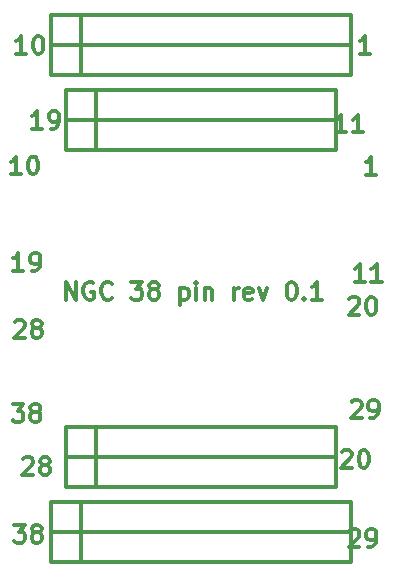
<source format=gto>
G04 (created by PCBNEW (2013-07-07 BZR 4022)-stable) date 22/10/2014 07:02:39*
%MOIN*%
G04 Gerber Fmt 3.4, Leading zero omitted, Abs format*
%FSLAX34Y34*%
G01*
G70*
G90*
G04 APERTURE LIST*
%ADD10C,0.00590551*%
%ADD11C,0.011811*%
%ADD12C,0.012*%
G04 APERTURE END LIST*
G54D10*
G54D11*
X58050Y-62729D02*
X58078Y-62701D01*
X58134Y-62673D01*
X58275Y-62673D01*
X58331Y-62701D01*
X58359Y-62729D01*
X58387Y-62785D01*
X58387Y-62842D01*
X58359Y-62926D01*
X58021Y-63264D01*
X58387Y-63264D01*
X58724Y-62926D02*
X58668Y-62898D01*
X58640Y-62870D01*
X58612Y-62814D01*
X58612Y-62785D01*
X58640Y-62729D01*
X58668Y-62701D01*
X58724Y-62673D01*
X58837Y-62673D01*
X58893Y-62701D01*
X58921Y-62729D01*
X58949Y-62785D01*
X58949Y-62814D01*
X58921Y-62870D01*
X58893Y-62898D01*
X58837Y-62926D01*
X58724Y-62926D01*
X58668Y-62954D01*
X58640Y-62982D01*
X58612Y-63039D01*
X58612Y-63151D01*
X58640Y-63207D01*
X58668Y-63235D01*
X58724Y-63264D01*
X58837Y-63264D01*
X58893Y-63235D01*
X58921Y-63207D01*
X58949Y-63151D01*
X58949Y-63039D01*
X58921Y-62982D01*
X58893Y-62954D01*
X58837Y-62926D01*
X58325Y-67304D02*
X58353Y-67276D01*
X58409Y-67248D01*
X58550Y-67248D01*
X58606Y-67276D01*
X58634Y-67304D01*
X58662Y-67360D01*
X58662Y-67417D01*
X58634Y-67501D01*
X58296Y-67839D01*
X58662Y-67839D01*
X58999Y-67501D02*
X58943Y-67473D01*
X58915Y-67445D01*
X58887Y-67389D01*
X58887Y-67360D01*
X58915Y-67304D01*
X58943Y-67276D01*
X58999Y-67248D01*
X59112Y-67248D01*
X59168Y-67276D01*
X59196Y-67304D01*
X59224Y-67360D01*
X59224Y-67389D01*
X59196Y-67445D01*
X59168Y-67473D01*
X59112Y-67501D01*
X58999Y-67501D01*
X58943Y-67529D01*
X58915Y-67557D01*
X58887Y-67614D01*
X58887Y-67726D01*
X58915Y-67782D01*
X58943Y-67810D01*
X58999Y-67839D01*
X59112Y-67839D01*
X59168Y-67810D01*
X59196Y-67782D01*
X59224Y-67726D01*
X59224Y-67614D01*
X59196Y-67557D01*
X59168Y-67529D01*
X59112Y-67501D01*
X68950Y-67054D02*
X68978Y-67026D01*
X69034Y-66998D01*
X69175Y-66998D01*
X69231Y-67026D01*
X69259Y-67054D01*
X69287Y-67110D01*
X69287Y-67167D01*
X69259Y-67251D01*
X68921Y-67589D01*
X69287Y-67589D01*
X69653Y-66998D02*
X69709Y-66998D01*
X69765Y-67026D01*
X69793Y-67054D01*
X69821Y-67110D01*
X69849Y-67223D01*
X69849Y-67364D01*
X69821Y-67476D01*
X69793Y-67532D01*
X69765Y-67560D01*
X69709Y-67589D01*
X69653Y-67589D01*
X69596Y-67560D01*
X69568Y-67532D01*
X69540Y-67476D01*
X69512Y-67364D01*
X69512Y-67223D01*
X69540Y-67110D01*
X69568Y-67054D01*
X69596Y-67026D01*
X69653Y-66998D01*
X69200Y-61954D02*
X69228Y-61926D01*
X69284Y-61898D01*
X69425Y-61898D01*
X69481Y-61926D01*
X69509Y-61954D01*
X69537Y-62010D01*
X69537Y-62067D01*
X69509Y-62151D01*
X69171Y-62489D01*
X69537Y-62489D01*
X69903Y-61898D02*
X69959Y-61898D01*
X70015Y-61926D01*
X70043Y-61954D01*
X70071Y-62010D01*
X70099Y-62123D01*
X70099Y-62264D01*
X70071Y-62376D01*
X70043Y-62432D01*
X70015Y-62460D01*
X69959Y-62489D01*
X69903Y-62489D01*
X69846Y-62460D01*
X69818Y-62432D01*
X69790Y-62376D01*
X69762Y-62264D01*
X69762Y-62123D01*
X69790Y-62010D01*
X69818Y-61954D01*
X69846Y-61926D01*
X69903Y-61898D01*
X57971Y-65473D02*
X58337Y-65473D01*
X58140Y-65698D01*
X58225Y-65698D01*
X58281Y-65726D01*
X58309Y-65754D01*
X58337Y-65810D01*
X58337Y-65951D01*
X58309Y-66007D01*
X58281Y-66035D01*
X58225Y-66064D01*
X58056Y-66064D01*
X58000Y-66035D01*
X57971Y-66007D01*
X58674Y-65726D02*
X58618Y-65698D01*
X58590Y-65670D01*
X58562Y-65614D01*
X58562Y-65585D01*
X58590Y-65529D01*
X58618Y-65501D01*
X58674Y-65473D01*
X58787Y-65473D01*
X58843Y-65501D01*
X58871Y-65529D01*
X58899Y-65585D01*
X58899Y-65614D01*
X58871Y-65670D01*
X58843Y-65698D01*
X58787Y-65726D01*
X58674Y-65726D01*
X58618Y-65754D01*
X58590Y-65782D01*
X58562Y-65839D01*
X58562Y-65951D01*
X58590Y-66007D01*
X58618Y-66035D01*
X58674Y-66064D01*
X58787Y-66064D01*
X58843Y-66035D01*
X58871Y-66007D01*
X58899Y-65951D01*
X58899Y-65839D01*
X58871Y-65782D01*
X58843Y-65754D01*
X58787Y-65726D01*
X58021Y-69498D02*
X58387Y-69498D01*
X58190Y-69723D01*
X58275Y-69723D01*
X58331Y-69751D01*
X58359Y-69779D01*
X58387Y-69835D01*
X58387Y-69976D01*
X58359Y-70032D01*
X58331Y-70060D01*
X58275Y-70089D01*
X58106Y-70089D01*
X58050Y-70060D01*
X58021Y-70032D01*
X58724Y-69751D02*
X58668Y-69723D01*
X58640Y-69695D01*
X58612Y-69639D01*
X58612Y-69610D01*
X58640Y-69554D01*
X58668Y-69526D01*
X58724Y-69498D01*
X58837Y-69498D01*
X58893Y-69526D01*
X58921Y-69554D01*
X58949Y-69610D01*
X58949Y-69639D01*
X58921Y-69695D01*
X58893Y-69723D01*
X58837Y-69751D01*
X58724Y-69751D01*
X58668Y-69779D01*
X58640Y-69807D01*
X58612Y-69864D01*
X58612Y-69976D01*
X58640Y-70032D01*
X58668Y-70060D01*
X58724Y-70089D01*
X58837Y-70089D01*
X58893Y-70060D01*
X58921Y-70032D01*
X58949Y-69976D01*
X58949Y-69864D01*
X58921Y-69807D01*
X58893Y-69779D01*
X58837Y-69751D01*
X69200Y-69704D02*
X69228Y-69676D01*
X69284Y-69648D01*
X69425Y-69648D01*
X69481Y-69676D01*
X69509Y-69704D01*
X69537Y-69760D01*
X69537Y-69817D01*
X69509Y-69901D01*
X69171Y-70239D01*
X69537Y-70239D01*
X69818Y-70239D02*
X69931Y-70239D01*
X69987Y-70210D01*
X70015Y-70182D01*
X70071Y-70098D01*
X70099Y-69985D01*
X70099Y-69760D01*
X70071Y-69704D01*
X70043Y-69676D01*
X69987Y-69648D01*
X69874Y-69648D01*
X69818Y-69676D01*
X69790Y-69704D01*
X69762Y-69760D01*
X69762Y-69901D01*
X69790Y-69957D01*
X69818Y-69985D01*
X69874Y-70014D01*
X69987Y-70014D01*
X70043Y-69985D01*
X70071Y-69957D01*
X70099Y-69901D01*
X69275Y-65404D02*
X69303Y-65376D01*
X69359Y-65348D01*
X69500Y-65348D01*
X69556Y-65376D01*
X69584Y-65404D01*
X69612Y-65460D01*
X69612Y-65517D01*
X69584Y-65601D01*
X69246Y-65939D01*
X69612Y-65939D01*
X69893Y-65939D02*
X70006Y-65939D01*
X70062Y-65910D01*
X70090Y-65882D01*
X70146Y-65798D01*
X70174Y-65685D01*
X70174Y-65460D01*
X70146Y-65404D01*
X70118Y-65376D01*
X70062Y-65348D01*
X69949Y-65348D01*
X69893Y-65376D01*
X69865Y-65404D01*
X69837Y-65460D01*
X69837Y-65601D01*
X69865Y-65657D01*
X69893Y-65685D01*
X69949Y-65714D01*
X70062Y-65714D01*
X70118Y-65685D01*
X70146Y-65657D01*
X70174Y-65601D01*
X69712Y-61389D02*
X69375Y-61389D01*
X69543Y-61389D02*
X69543Y-60798D01*
X69487Y-60882D01*
X69431Y-60939D01*
X69375Y-60967D01*
X70274Y-61389D02*
X69937Y-61389D01*
X70106Y-61389D02*
X70106Y-60798D01*
X70049Y-60882D01*
X69993Y-60939D01*
X69937Y-60967D01*
X69087Y-56414D02*
X68750Y-56414D01*
X68918Y-56414D02*
X68918Y-55823D01*
X68862Y-55907D01*
X68806Y-55964D01*
X68750Y-55992D01*
X69649Y-56414D02*
X69312Y-56414D01*
X69481Y-56414D02*
X69481Y-55823D01*
X69424Y-55907D01*
X69368Y-55964D01*
X69312Y-55992D01*
X69893Y-53789D02*
X69556Y-53789D01*
X69725Y-53789D02*
X69725Y-53198D01*
X69668Y-53282D01*
X69612Y-53339D01*
X69556Y-53367D01*
X70093Y-57839D02*
X69756Y-57839D01*
X69925Y-57839D02*
X69925Y-57248D01*
X69868Y-57332D01*
X69812Y-57389D01*
X69756Y-57417D01*
X58437Y-53789D02*
X58100Y-53789D01*
X58268Y-53789D02*
X58268Y-53198D01*
X58212Y-53282D01*
X58156Y-53339D01*
X58100Y-53367D01*
X58803Y-53198D02*
X58859Y-53198D01*
X58915Y-53226D01*
X58943Y-53254D01*
X58971Y-53310D01*
X58999Y-53423D01*
X58999Y-53564D01*
X58971Y-53676D01*
X58943Y-53732D01*
X58915Y-53760D01*
X58859Y-53789D01*
X58803Y-53789D01*
X58746Y-53760D01*
X58718Y-53732D01*
X58690Y-53676D01*
X58662Y-53564D01*
X58662Y-53423D01*
X58690Y-53310D01*
X58718Y-53254D01*
X58746Y-53226D01*
X58803Y-53198D01*
X58962Y-56289D02*
X58625Y-56289D01*
X58793Y-56289D02*
X58793Y-55698D01*
X58737Y-55782D01*
X58681Y-55839D01*
X58625Y-55867D01*
X59243Y-56289D02*
X59356Y-56289D01*
X59412Y-56260D01*
X59440Y-56232D01*
X59496Y-56148D01*
X59524Y-56035D01*
X59524Y-55810D01*
X59496Y-55754D01*
X59468Y-55726D01*
X59412Y-55698D01*
X59299Y-55698D01*
X59243Y-55726D01*
X59215Y-55754D01*
X59187Y-55810D01*
X59187Y-55951D01*
X59215Y-56007D01*
X59243Y-56035D01*
X59299Y-56064D01*
X59412Y-56064D01*
X59468Y-56035D01*
X59496Y-56007D01*
X59524Y-55951D01*
X58337Y-61039D02*
X58000Y-61039D01*
X58168Y-61039D02*
X58168Y-60448D01*
X58112Y-60532D01*
X58056Y-60589D01*
X58000Y-60617D01*
X58618Y-61039D02*
X58731Y-61039D01*
X58787Y-61010D01*
X58815Y-60982D01*
X58871Y-60898D01*
X58899Y-60785D01*
X58899Y-60560D01*
X58871Y-60504D01*
X58843Y-60476D01*
X58787Y-60448D01*
X58674Y-60448D01*
X58618Y-60476D01*
X58590Y-60504D01*
X58562Y-60560D01*
X58562Y-60701D01*
X58590Y-60757D01*
X58618Y-60785D01*
X58674Y-60814D01*
X58787Y-60814D01*
X58843Y-60785D01*
X58871Y-60757D01*
X58899Y-60701D01*
X58262Y-57814D02*
X57925Y-57814D01*
X58093Y-57814D02*
X58093Y-57223D01*
X58037Y-57307D01*
X57981Y-57364D01*
X57925Y-57392D01*
X58628Y-57223D02*
X58684Y-57223D01*
X58740Y-57251D01*
X58768Y-57279D01*
X58796Y-57335D01*
X58824Y-57448D01*
X58824Y-57589D01*
X58796Y-57701D01*
X58768Y-57757D01*
X58740Y-57785D01*
X58684Y-57814D01*
X58628Y-57814D01*
X58571Y-57785D01*
X58543Y-57757D01*
X58515Y-57701D01*
X58487Y-57589D01*
X58487Y-57448D01*
X58515Y-57335D01*
X58543Y-57279D01*
X58571Y-57251D01*
X58628Y-57223D01*
X59739Y-61989D02*
X59739Y-61398D01*
X60077Y-61989D01*
X60077Y-61398D01*
X60667Y-61426D02*
X60611Y-61398D01*
X60526Y-61398D01*
X60442Y-61426D01*
X60386Y-61482D01*
X60358Y-61539D01*
X60330Y-61651D01*
X60330Y-61735D01*
X60358Y-61848D01*
X60386Y-61904D01*
X60442Y-61960D01*
X60526Y-61989D01*
X60583Y-61989D01*
X60667Y-61960D01*
X60695Y-61932D01*
X60695Y-61735D01*
X60583Y-61735D01*
X61286Y-61932D02*
X61258Y-61960D01*
X61173Y-61989D01*
X61117Y-61989D01*
X61033Y-61960D01*
X60976Y-61904D01*
X60948Y-61848D01*
X60920Y-61735D01*
X60920Y-61651D01*
X60948Y-61539D01*
X60976Y-61482D01*
X61033Y-61426D01*
X61117Y-61398D01*
X61173Y-61398D01*
X61258Y-61426D01*
X61286Y-61454D01*
X61933Y-61398D02*
X62298Y-61398D01*
X62101Y-61623D01*
X62186Y-61623D01*
X62242Y-61651D01*
X62270Y-61679D01*
X62298Y-61735D01*
X62298Y-61876D01*
X62270Y-61932D01*
X62242Y-61960D01*
X62186Y-61989D01*
X62017Y-61989D01*
X61961Y-61960D01*
X61933Y-61932D01*
X62636Y-61651D02*
X62579Y-61623D01*
X62551Y-61595D01*
X62523Y-61539D01*
X62523Y-61510D01*
X62551Y-61454D01*
X62579Y-61426D01*
X62636Y-61398D01*
X62748Y-61398D01*
X62804Y-61426D01*
X62832Y-61454D01*
X62861Y-61510D01*
X62861Y-61539D01*
X62832Y-61595D01*
X62804Y-61623D01*
X62748Y-61651D01*
X62636Y-61651D01*
X62579Y-61679D01*
X62551Y-61707D01*
X62523Y-61764D01*
X62523Y-61876D01*
X62551Y-61932D01*
X62579Y-61960D01*
X62636Y-61989D01*
X62748Y-61989D01*
X62804Y-61960D01*
X62832Y-61932D01*
X62861Y-61876D01*
X62861Y-61764D01*
X62832Y-61707D01*
X62804Y-61679D01*
X62748Y-61651D01*
X63564Y-61595D02*
X63564Y-62185D01*
X63564Y-61623D02*
X63620Y-61595D01*
X63732Y-61595D01*
X63789Y-61623D01*
X63817Y-61651D01*
X63845Y-61707D01*
X63845Y-61876D01*
X63817Y-61932D01*
X63789Y-61960D01*
X63732Y-61989D01*
X63620Y-61989D01*
X63564Y-61960D01*
X64098Y-61989D02*
X64098Y-61595D01*
X64098Y-61398D02*
X64070Y-61426D01*
X64098Y-61454D01*
X64126Y-61426D01*
X64098Y-61398D01*
X64098Y-61454D01*
X64379Y-61595D02*
X64379Y-61989D01*
X64379Y-61651D02*
X64407Y-61623D01*
X64464Y-61595D01*
X64548Y-61595D01*
X64604Y-61623D01*
X64632Y-61679D01*
X64632Y-61989D01*
X65363Y-61989D02*
X65363Y-61595D01*
X65363Y-61707D02*
X65392Y-61651D01*
X65420Y-61623D01*
X65476Y-61595D01*
X65532Y-61595D01*
X65954Y-61960D02*
X65898Y-61989D01*
X65785Y-61989D01*
X65729Y-61960D01*
X65701Y-61904D01*
X65701Y-61679D01*
X65729Y-61623D01*
X65785Y-61595D01*
X65898Y-61595D01*
X65954Y-61623D01*
X65982Y-61679D01*
X65982Y-61735D01*
X65701Y-61792D01*
X66179Y-61595D02*
X66320Y-61989D01*
X66460Y-61595D01*
X67248Y-61398D02*
X67304Y-61398D01*
X67360Y-61426D01*
X67388Y-61454D01*
X67416Y-61510D01*
X67444Y-61623D01*
X67444Y-61764D01*
X67416Y-61876D01*
X67388Y-61932D01*
X67360Y-61960D01*
X67304Y-61989D01*
X67248Y-61989D01*
X67191Y-61960D01*
X67163Y-61932D01*
X67135Y-61876D01*
X67107Y-61764D01*
X67107Y-61623D01*
X67135Y-61510D01*
X67163Y-61454D01*
X67191Y-61426D01*
X67248Y-61398D01*
X67697Y-61932D02*
X67726Y-61960D01*
X67697Y-61989D01*
X67669Y-61960D01*
X67697Y-61932D01*
X67697Y-61989D01*
X68288Y-61989D02*
X67951Y-61989D01*
X68119Y-61989D02*
X68119Y-61398D01*
X68063Y-61482D01*
X68007Y-61539D01*
X67951Y-61567D01*
G54D12*
X59250Y-54500D02*
X59250Y-53500D01*
X59250Y-53500D02*
X69250Y-53500D01*
X69250Y-53500D02*
X69250Y-54500D01*
X69250Y-54500D02*
X59250Y-54500D01*
X60250Y-54500D02*
X60250Y-53500D01*
X68750Y-66250D02*
X68750Y-67250D01*
X68750Y-67250D02*
X59750Y-67250D01*
X59750Y-67250D02*
X59750Y-66250D01*
X68750Y-66250D02*
X59750Y-66250D01*
X60750Y-66250D02*
X60750Y-67250D01*
X68750Y-56000D02*
X68750Y-57000D01*
X68750Y-57000D02*
X59750Y-57000D01*
X59750Y-57000D02*
X59750Y-56000D01*
X68750Y-56000D02*
X59750Y-56000D01*
X60750Y-56000D02*
X60750Y-57000D01*
X59250Y-69750D02*
X59250Y-68750D01*
X59250Y-68750D02*
X69250Y-68750D01*
X69250Y-68750D02*
X69250Y-69750D01*
X69250Y-69750D02*
X59250Y-69750D01*
X60250Y-69750D02*
X60250Y-68750D01*
X68750Y-55000D02*
X68750Y-56000D01*
X68750Y-56000D02*
X59750Y-56000D01*
X59750Y-56000D02*
X59750Y-55000D01*
X68750Y-55000D02*
X59750Y-55000D01*
X60750Y-55000D02*
X60750Y-56000D01*
X59250Y-53500D02*
X59250Y-52500D01*
X59250Y-52500D02*
X69250Y-52500D01*
X69250Y-52500D02*
X69250Y-53500D01*
X69250Y-53500D02*
X59250Y-53500D01*
X60250Y-53500D02*
X60250Y-52500D01*
X59250Y-70750D02*
X59250Y-69750D01*
X59250Y-69750D02*
X69250Y-69750D01*
X69250Y-69750D02*
X69250Y-70750D01*
X69250Y-70750D02*
X59250Y-70750D01*
X60250Y-70750D02*
X60250Y-69750D01*
X68750Y-67250D02*
X68750Y-68250D01*
X68750Y-68250D02*
X59750Y-68250D01*
X59750Y-68250D02*
X59750Y-67250D01*
X68750Y-67250D02*
X59750Y-67250D01*
X60750Y-67250D02*
X60750Y-68250D01*
M02*

</source>
